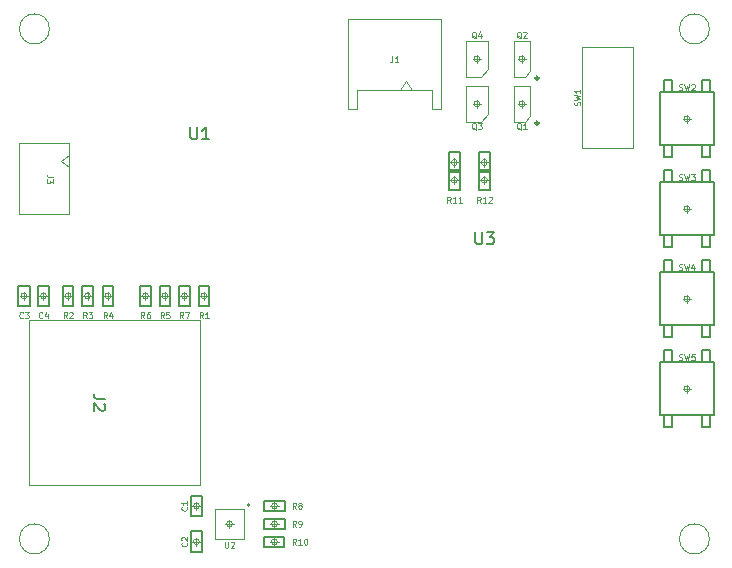
<source format=gbr>
%TF.GenerationSoftware,KiCad,Pcbnew,7.0.11*%
%TF.CreationDate,2024-02-23T21:27:37-05:00*%
%TF.ProjectId,destinationWeatherStation_r4-5,64657374-696e-4617-9469-6f6e57656174,03*%
%TF.SameCoordinates,Original*%
%TF.FileFunction,AssemblyDrawing,Top*%
%FSLAX46Y46*%
G04 Gerber Fmt 4.6, Leading zero omitted, Abs format (unit mm)*
G04 Created by KiCad (PCBNEW 7.0.11) date 2024-02-23 21:27:37*
%MOMM*%
%LPD*%
G01*
G04 APERTURE LIST*
%ADD10C,0.050000*%
%ADD11C,0.150000*%
%ADD12C,0.120000*%
%ADD13C,0.250000*%
%ADD14C,0.100000*%
G04 APERTURE END LIST*
D10*
X171418334Y-102947900D02*
X171489762Y-102971709D01*
X171489762Y-102971709D02*
X171608810Y-102971709D01*
X171608810Y-102971709D02*
X171656429Y-102947900D01*
X171656429Y-102947900D02*
X171680238Y-102924090D01*
X171680238Y-102924090D02*
X171704048Y-102876471D01*
X171704048Y-102876471D02*
X171704048Y-102828852D01*
X171704048Y-102828852D02*
X171680238Y-102781233D01*
X171680238Y-102781233D02*
X171656429Y-102757423D01*
X171656429Y-102757423D02*
X171608810Y-102733614D01*
X171608810Y-102733614D02*
X171513572Y-102709804D01*
X171513572Y-102709804D02*
X171465953Y-102685995D01*
X171465953Y-102685995D02*
X171442143Y-102662185D01*
X171442143Y-102662185D02*
X171418334Y-102614566D01*
X171418334Y-102614566D02*
X171418334Y-102566947D01*
X171418334Y-102566947D02*
X171442143Y-102519328D01*
X171442143Y-102519328D02*
X171465953Y-102495519D01*
X171465953Y-102495519D02*
X171513572Y-102471709D01*
X171513572Y-102471709D02*
X171632619Y-102471709D01*
X171632619Y-102471709D02*
X171704048Y-102495519D01*
X171870714Y-102471709D02*
X171989762Y-102971709D01*
X171989762Y-102971709D02*
X172085000Y-102614566D01*
X172085000Y-102614566D02*
X172180238Y-102971709D01*
X172180238Y-102971709D02*
X172299286Y-102471709D01*
X172727857Y-102471709D02*
X172489762Y-102471709D01*
X172489762Y-102471709D02*
X172465953Y-102709804D01*
X172465953Y-102709804D02*
X172489762Y-102685995D01*
X172489762Y-102685995D02*
X172537381Y-102662185D01*
X172537381Y-102662185D02*
X172656429Y-102662185D01*
X172656429Y-102662185D02*
X172704048Y-102685995D01*
X172704048Y-102685995D02*
X172727857Y-102709804D01*
X172727857Y-102709804D02*
X172751667Y-102757423D01*
X172751667Y-102757423D02*
X172751667Y-102876471D01*
X172751667Y-102876471D02*
X172727857Y-102924090D01*
X172727857Y-102924090D02*
X172704048Y-102947900D01*
X172704048Y-102947900D02*
X172656429Y-102971709D01*
X172656429Y-102971709D02*
X172537381Y-102971709D01*
X172537381Y-102971709D02*
X172489762Y-102947900D01*
X172489762Y-102947900D02*
X172465953Y-102924090D01*
X171418334Y-87707900D02*
X171489762Y-87731709D01*
X171489762Y-87731709D02*
X171608810Y-87731709D01*
X171608810Y-87731709D02*
X171656429Y-87707900D01*
X171656429Y-87707900D02*
X171680238Y-87684090D01*
X171680238Y-87684090D02*
X171704048Y-87636471D01*
X171704048Y-87636471D02*
X171704048Y-87588852D01*
X171704048Y-87588852D02*
X171680238Y-87541233D01*
X171680238Y-87541233D02*
X171656429Y-87517423D01*
X171656429Y-87517423D02*
X171608810Y-87493614D01*
X171608810Y-87493614D02*
X171513572Y-87469804D01*
X171513572Y-87469804D02*
X171465953Y-87445995D01*
X171465953Y-87445995D02*
X171442143Y-87422185D01*
X171442143Y-87422185D02*
X171418334Y-87374566D01*
X171418334Y-87374566D02*
X171418334Y-87326947D01*
X171418334Y-87326947D02*
X171442143Y-87279328D01*
X171442143Y-87279328D02*
X171465953Y-87255519D01*
X171465953Y-87255519D02*
X171513572Y-87231709D01*
X171513572Y-87231709D02*
X171632619Y-87231709D01*
X171632619Y-87231709D02*
X171704048Y-87255519D01*
X171870714Y-87231709D02*
X171989762Y-87731709D01*
X171989762Y-87731709D02*
X172085000Y-87374566D01*
X172085000Y-87374566D02*
X172180238Y-87731709D01*
X172180238Y-87731709D02*
X172299286Y-87231709D01*
X172442143Y-87231709D02*
X172751667Y-87231709D01*
X172751667Y-87231709D02*
X172585000Y-87422185D01*
X172585000Y-87422185D02*
X172656429Y-87422185D01*
X172656429Y-87422185D02*
X172704048Y-87445995D01*
X172704048Y-87445995D02*
X172727857Y-87469804D01*
X172727857Y-87469804D02*
X172751667Y-87517423D01*
X172751667Y-87517423D02*
X172751667Y-87636471D01*
X172751667Y-87636471D02*
X172727857Y-87684090D01*
X172727857Y-87684090D02*
X172704048Y-87707900D01*
X172704048Y-87707900D02*
X172656429Y-87731709D01*
X172656429Y-87731709D02*
X172513572Y-87731709D01*
X172513572Y-87731709D02*
X172465953Y-87707900D01*
X172465953Y-87707900D02*
X172442143Y-87684090D01*
X171418334Y-80087900D02*
X171489762Y-80111709D01*
X171489762Y-80111709D02*
X171608810Y-80111709D01*
X171608810Y-80111709D02*
X171656429Y-80087900D01*
X171656429Y-80087900D02*
X171680238Y-80064090D01*
X171680238Y-80064090D02*
X171704048Y-80016471D01*
X171704048Y-80016471D02*
X171704048Y-79968852D01*
X171704048Y-79968852D02*
X171680238Y-79921233D01*
X171680238Y-79921233D02*
X171656429Y-79897423D01*
X171656429Y-79897423D02*
X171608810Y-79873614D01*
X171608810Y-79873614D02*
X171513572Y-79849804D01*
X171513572Y-79849804D02*
X171465953Y-79825995D01*
X171465953Y-79825995D02*
X171442143Y-79802185D01*
X171442143Y-79802185D02*
X171418334Y-79754566D01*
X171418334Y-79754566D02*
X171418334Y-79706947D01*
X171418334Y-79706947D02*
X171442143Y-79659328D01*
X171442143Y-79659328D02*
X171465953Y-79635519D01*
X171465953Y-79635519D02*
X171513572Y-79611709D01*
X171513572Y-79611709D02*
X171632619Y-79611709D01*
X171632619Y-79611709D02*
X171704048Y-79635519D01*
X171870714Y-79611709D02*
X171989762Y-80111709D01*
X171989762Y-80111709D02*
X172085000Y-79754566D01*
X172085000Y-79754566D02*
X172180238Y-80111709D01*
X172180238Y-80111709D02*
X172299286Y-79611709D01*
X172465953Y-79659328D02*
X172489762Y-79635519D01*
X172489762Y-79635519D02*
X172537381Y-79611709D01*
X172537381Y-79611709D02*
X172656429Y-79611709D01*
X172656429Y-79611709D02*
X172704048Y-79635519D01*
X172704048Y-79635519D02*
X172727857Y-79659328D01*
X172727857Y-79659328D02*
X172751667Y-79706947D01*
X172751667Y-79706947D02*
X172751667Y-79754566D01*
X172751667Y-79754566D02*
X172727857Y-79825995D01*
X172727857Y-79825995D02*
X172442143Y-80111709D01*
X172442143Y-80111709D02*
X172751667Y-80111709D01*
X163018900Y-81396665D02*
X163042709Y-81325237D01*
X163042709Y-81325237D02*
X163042709Y-81206189D01*
X163042709Y-81206189D02*
X163018900Y-81158570D01*
X163018900Y-81158570D02*
X162995090Y-81134761D01*
X162995090Y-81134761D02*
X162947471Y-81110951D01*
X162947471Y-81110951D02*
X162899852Y-81110951D01*
X162899852Y-81110951D02*
X162852233Y-81134761D01*
X162852233Y-81134761D02*
X162828423Y-81158570D01*
X162828423Y-81158570D02*
X162804614Y-81206189D01*
X162804614Y-81206189D02*
X162780804Y-81301427D01*
X162780804Y-81301427D02*
X162756995Y-81349046D01*
X162756995Y-81349046D02*
X162733185Y-81372856D01*
X162733185Y-81372856D02*
X162685566Y-81396665D01*
X162685566Y-81396665D02*
X162637947Y-81396665D01*
X162637947Y-81396665D02*
X162590328Y-81372856D01*
X162590328Y-81372856D02*
X162566519Y-81349046D01*
X162566519Y-81349046D02*
X162542709Y-81301427D01*
X162542709Y-81301427D02*
X162542709Y-81182380D01*
X162542709Y-81182380D02*
X162566519Y-81110951D01*
X162542709Y-80944285D02*
X163042709Y-80825237D01*
X163042709Y-80825237D02*
X162685566Y-80729999D01*
X162685566Y-80729999D02*
X163042709Y-80634761D01*
X163042709Y-80634761D02*
X162542709Y-80515714D01*
X163042709Y-80063332D02*
X163042709Y-80349046D01*
X163042709Y-80206189D02*
X162542709Y-80206189D01*
X162542709Y-80206189D02*
X162614138Y-80253808D01*
X162614138Y-80253808D02*
X162661757Y-80301427D01*
X162661757Y-80301427D02*
X162685566Y-80349046D01*
X158067380Y-75714328D02*
X158019761Y-75690519D01*
X158019761Y-75690519D02*
X157972142Y-75642900D01*
X157972142Y-75642900D02*
X157900714Y-75571471D01*
X157900714Y-75571471D02*
X157853095Y-75547661D01*
X157853095Y-75547661D02*
X157805476Y-75547661D01*
X157829285Y-75666709D02*
X157781666Y-75642900D01*
X157781666Y-75642900D02*
X157734047Y-75595280D01*
X157734047Y-75595280D02*
X157710238Y-75500042D01*
X157710238Y-75500042D02*
X157710238Y-75333376D01*
X157710238Y-75333376D02*
X157734047Y-75238138D01*
X157734047Y-75238138D02*
X157781666Y-75190519D01*
X157781666Y-75190519D02*
X157829285Y-75166709D01*
X157829285Y-75166709D02*
X157924523Y-75166709D01*
X157924523Y-75166709D02*
X157972142Y-75190519D01*
X157972142Y-75190519D02*
X158019761Y-75238138D01*
X158019761Y-75238138D02*
X158043571Y-75333376D01*
X158043571Y-75333376D02*
X158043571Y-75500042D01*
X158043571Y-75500042D02*
X158019761Y-75595280D01*
X158019761Y-75595280D02*
X157972142Y-75642900D01*
X157972142Y-75642900D02*
X157924523Y-75666709D01*
X157924523Y-75666709D02*
X157829285Y-75666709D01*
X158234048Y-75214328D02*
X158257857Y-75190519D01*
X158257857Y-75190519D02*
X158305476Y-75166709D01*
X158305476Y-75166709D02*
X158424524Y-75166709D01*
X158424524Y-75166709D02*
X158472143Y-75190519D01*
X158472143Y-75190519D02*
X158495952Y-75214328D01*
X158495952Y-75214328D02*
X158519762Y-75261947D01*
X158519762Y-75261947D02*
X158519762Y-75309566D01*
X158519762Y-75309566D02*
X158495952Y-75380995D01*
X158495952Y-75380995D02*
X158210238Y-75666709D01*
X158210238Y-75666709D02*
X158519762Y-75666709D01*
X154618571Y-89636709D02*
X154451905Y-89398614D01*
X154332857Y-89636709D02*
X154332857Y-89136709D01*
X154332857Y-89136709D02*
X154523333Y-89136709D01*
X154523333Y-89136709D02*
X154570952Y-89160519D01*
X154570952Y-89160519D02*
X154594762Y-89184328D01*
X154594762Y-89184328D02*
X154618571Y-89231947D01*
X154618571Y-89231947D02*
X154618571Y-89303376D01*
X154618571Y-89303376D02*
X154594762Y-89350995D01*
X154594762Y-89350995D02*
X154570952Y-89374804D01*
X154570952Y-89374804D02*
X154523333Y-89398614D01*
X154523333Y-89398614D02*
X154332857Y-89398614D01*
X155094762Y-89636709D02*
X154809048Y-89636709D01*
X154951905Y-89636709D02*
X154951905Y-89136709D01*
X154951905Y-89136709D02*
X154904286Y-89208138D01*
X154904286Y-89208138D02*
X154856667Y-89255757D01*
X154856667Y-89255757D02*
X154809048Y-89279566D01*
X155285238Y-89184328D02*
X155309047Y-89160519D01*
X155309047Y-89160519D02*
X155356666Y-89136709D01*
X155356666Y-89136709D02*
X155475714Y-89136709D01*
X155475714Y-89136709D02*
X155523333Y-89160519D01*
X155523333Y-89160519D02*
X155547142Y-89184328D01*
X155547142Y-89184328D02*
X155570952Y-89231947D01*
X155570952Y-89231947D02*
X155570952Y-89279566D01*
X155570952Y-89279566D02*
X155547142Y-89350995D01*
X155547142Y-89350995D02*
X155261428Y-89636709D01*
X155261428Y-89636709D02*
X155570952Y-89636709D01*
X129721090Y-118435333D02*
X129744900Y-118459142D01*
X129744900Y-118459142D02*
X129768709Y-118530571D01*
X129768709Y-118530571D02*
X129768709Y-118578190D01*
X129768709Y-118578190D02*
X129744900Y-118649618D01*
X129744900Y-118649618D02*
X129697280Y-118697237D01*
X129697280Y-118697237D02*
X129649661Y-118721047D01*
X129649661Y-118721047D02*
X129554423Y-118744856D01*
X129554423Y-118744856D02*
X129482995Y-118744856D01*
X129482995Y-118744856D02*
X129387757Y-118721047D01*
X129387757Y-118721047D02*
X129340138Y-118697237D01*
X129340138Y-118697237D02*
X129292519Y-118649618D01*
X129292519Y-118649618D02*
X129268709Y-118578190D01*
X129268709Y-118578190D02*
X129268709Y-118530571D01*
X129268709Y-118530571D02*
X129292519Y-118459142D01*
X129292519Y-118459142D02*
X129316328Y-118435333D01*
X129316328Y-118244856D02*
X129292519Y-118221047D01*
X129292519Y-118221047D02*
X129268709Y-118173428D01*
X129268709Y-118173428D02*
X129268709Y-118054380D01*
X129268709Y-118054380D02*
X129292519Y-118006761D01*
X129292519Y-118006761D02*
X129316328Y-117982952D01*
X129316328Y-117982952D02*
X129363947Y-117959142D01*
X129363947Y-117959142D02*
X129411566Y-117959142D01*
X129411566Y-117959142D02*
X129482995Y-117982952D01*
X129482995Y-117982952D02*
X129768709Y-118268666D01*
X129768709Y-118268666D02*
X129768709Y-117959142D01*
X147153333Y-77264709D02*
X147153333Y-77621852D01*
X147153333Y-77621852D02*
X147129524Y-77693280D01*
X147129524Y-77693280D02*
X147081905Y-77740900D01*
X147081905Y-77740900D02*
X147010476Y-77764709D01*
X147010476Y-77764709D02*
X146962857Y-77764709D01*
X147653333Y-77764709D02*
X147367619Y-77764709D01*
X147510476Y-77764709D02*
X147510476Y-77264709D01*
X147510476Y-77264709D02*
X147462857Y-77336138D01*
X147462857Y-77336138D02*
X147415238Y-77383757D01*
X147415238Y-77383757D02*
X147367619Y-77407566D01*
X154257380Y-75714328D02*
X154209761Y-75690519D01*
X154209761Y-75690519D02*
X154162142Y-75642900D01*
X154162142Y-75642900D02*
X154090714Y-75571471D01*
X154090714Y-75571471D02*
X154043095Y-75547661D01*
X154043095Y-75547661D02*
X153995476Y-75547661D01*
X154019285Y-75666709D02*
X153971666Y-75642900D01*
X153971666Y-75642900D02*
X153924047Y-75595280D01*
X153924047Y-75595280D02*
X153900238Y-75500042D01*
X153900238Y-75500042D02*
X153900238Y-75333376D01*
X153900238Y-75333376D02*
X153924047Y-75238138D01*
X153924047Y-75238138D02*
X153971666Y-75190519D01*
X153971666Y-75190519D02*
X154019285Y-75166709D01*
X154019285Y-75166709D02*
X154114523Y-75166709D01*
X154114523Y-75166709D02*
X154162142Y-75190519D01*
X154162142Y-75190519D02*
X154209761Y-75238138D01*
X154209761Y-75238138D02*
X154233571Y-75333376D01*
X154233571Y-75333376D02*
X154233571Y-75500042D01*
X154233571Y-75500042D02*
X154209761Y-75595280D01*
X154209761Y-75595280D02*
X154162142Y-75642900D01*
X154162142Y-75642900D02*
X154114523Y-75666709D01*
X154114523Y-75666709D02*
X154019285Y-75666709D01*
X154662143Y-75333376D02*
X154662143Y-75666709D01*
X154543095Y-75142900D02*
X154424048Y-75500042D01*
X154424048Y-75500042D02*
X154733571Y-75500042D01*
D11*
X122846180Y-106256666D02*
X122131895Y-106256666D01*
X122131895Y-106256666D02*
X121989038Y-106209047D01*
X121989038Y-106209047D02*
X121893800Y-106113809D01*
X121893800Y-106113809D02*
X121846180Y-105970952D01*
X121846180Y-105970952D02*
X121846180Y-105875714D01*
X122750942Y-106685238D02*
X122798561Y-106732857D01*
X122798561Y-106732857D02*
X122846180Y-106828095D01*
X122846180Y-106828095D02*
X122846180Y-107066190D01*
X122846180Y-107066190D02*
X122798561Y-107161428D01*
X122798561Y-107161428D02*
X122750942Y-107209047D01*
X122750942Y-107209047D02*
X122655704Y-107256666D01*
X122655704Y-107256666D02*
X122560466Y-107256666D01*
X122560466Y-107256666D02*
X122417609Y-107209047D01*
X122417609Y-107209047D02*
X121846180Y-106637619D01*
X121846180Y-106637619D02*
X121846180Y-107256666D01*
D10*
X171418334Y-95327900D02*
X171489762Y-95351709D01*
X171489762Y-95351709D02*
X171608810Y-95351709D01*
X171608810Y-95351709D02*
X171656429Y-95327900D01*
X171656429Y-95327900D02*
X171680238Y-95304090D01*
X171680238Y-95304090D02*
X171704048Y-95256471D01*
X171704048Y-95256471D02*
X171704048Y-95208852D01*
X171704048Y-95208852D02*
X171680238Y-95161233D01*
X171680238Y-95161233D02*
X171656429Y-95137423D01*
X171656429Y-95137423D02*
X171608810Y-95113614D01*
X171608810Y-95113614D02*
X171513572Y-95089804D01*
X171513572Y-95089804D02*
X171465953Y-95065995D01*
X171465953Y-95065995D02*
X171442143Y-95042185D01*
X171442143Y-95042185D02*
X171418334Y-94994566D01*
X171418334Y-94994566D02*
X171418334Y-94946947D01*
X171418334Y-94946947D02*
X171442143Y-94899328D01*
X171442143Y-94899328D02*
X171465953Y-94875519D01*
X171465953Y-94875519D02*
X171513572Y-94851709D01*
X171513572Y-94851709D02*
X171632619Y-94851709D01*
X171632619Y-94851709D02*
X171704048Y-94875519D01*
X171870714Y-94851709D02*
X171989762Y-95351709D01*
X171989762Y-95351709D02*
X172085000Y-94994566D01*
X172085000Y-94994566D02*
X172180238Y-95351709D01*
X172180238Y-95351709D02*
X172299286Y-94851709D01*
X172704048Y-95018376D02*
X172704048Y-95351709D01*
X172585000Y-94827900D02*
X172465953Y-95185042D01*
X172465953Y-95185042D02*
X172775476Y-95185042D01*
X138994655Y-118592709D02*
X138827989Y-118354614D01*
X138708941Y-118592709D02*
X138708941Y-118092709D01*
X138708941Y-118092709D02*
X138899417Y-118092709D01*
X138899417Y-118092709D02*
X138947036Y-118116519D01*
X138947036Y-118116519D02*
X138970846Y-118140328D01*
X138970846Y-118140328D02*
X138994655Y-118187947D01*
X138994655Y-118187947D02*
X138994655Y-118259376D01*
X138994655Y-118259376D02*
X138970846Y-118306995D01*
X138970846Y-118306995D02*
X138947036Y-118330804D01*
X138947036Y-118330804D02*
X138899417Y-118354614D01*
X138899417Y-118354614D02*
X138708941Y-118354614D01*
X139470846Y-118592709D02*
X139185132Y-118592709D01*
X139327989Y-118592709D02*
X139327989Y-118092709D01*
X139327989Y-118092709D02*
X139280370Y-118164138D01*
X139280370Y-118164138D02*
X139232751Y-118211757D01*
X139232751Y-118211757D02*
X139185132Y-118235566D01*
X139780369Y-118092709D02*
X139827988Y-118092709D01*
X139827988Y-118092709D02*
X139875607Y-118116519D01*
X139875607Y-118116519D02*
X139899417Y-118140328D01*
X139899417Y-118140328D02*
X139923226Y-118187947D01*
X139923226Y-118187947D02*
X139947036Y-118283185D01*
X139947036Y-118283185D02*
X139947036Y-118402233D01*
X139947036Y-118402233D02*
X139923226Y-118497471D01*
X139923226Y-118497471D02*
X139899417Y-118545090D01*
X139899417Y-118545090D02*
X139875607Y-118568900D01*
X139875607Y-118568900D02*
X139827988Y-118592709D01*
X139827988Y-118592709D02*
X139780369Y-118592709D01*
X139780369Y-118592709D02*
X139732750Y-118568900D01*
X139732750Y-118568900D02*
X139708941Y-118545090D01*
X139708941Y-118545090D02*
X139685131Y-118497471D01*
X139685131Y-118497471D02*
X139661322Y-118402233D01*
X139661322Y-118402233D02*
X139661322Y-118283185D01*
X139661322Y-118283185D02*
X139685131Y-118187947D01*
X139685131Y-118187947D02*
X139708941Y-118140328D01*
X139708941Y-118140328D02*
X139732750Y-118116519D01*
X139732750Y-118116519D02*
X139780369Y-118092709D01*
X127805666Y-99415709D02*
X127639000Y-99177614D01*
X127519952Y-99415709D02*
X127519952Y-98915709D01*
X127519952Y-98915709D02*
X127710428Y-98915709D01*
X127710428Y-98915709D02*
X127758047Y-98939519D01*
X127758047Y-98939519D02*
X127781857Y-98963328D01*
X127781857Y-98963328D02*
X127805666Y-99010947D01*
X127805666Y-99010947D02*
X127805666Y-99082376D01*
X127805666Y-99082376D02*
X127781857Y-99129995D01*
X127781857Y-99129995D02*
X127758047Y-99153804D01*
X127758047Y-99153804D02*
X127710428Y-99177614D01*
X127710428Y-99177614D02*
X127519952Y-99177614D01*
X128258047Y-98915709D02*
X128019952Y-98915709D01*
X128019952Y-98915709D02*
X127996143Y-99153804D01*
X127996143Y-99153804D02*
X128019952Y-99129995D01*
X128019952Y-99129995D02*
X128067571Y-99106185D01*
X128067571Y-99106185D02*
X128186619Y-99106185D01*
X128186619Y-99106185D02*
X128234238Y-99129995D01*
X128234238Y-99129995D02*
X128258047Y-99153804D01*
X128258047Y-99153804D02*
X128281857Y-99201423D01*
X128281857Y-99201423D02*
X128281857Y-99320471D01*
X128281857Y-99320471D02*
X128258047Y-99368090D01*
X128258047Y-99368090D02*
X128234238Y-99391900D01*
X128234238Y-99391900D02*
X128186619Y-99415709D01*
X128186619Y-99415709D02*
X128067571Y-99415709D01*
X128067571Y-99415709D02*
X128019952Y-99391900D01*
X128019952Y-99391900D02*
X127996143Y-99368090D01*
X117518666Y-99368090D02*
X117494857Y-99391900D01*
X117494857Y-99391900D02*
X117423428Y-99415709D01*
X117423428Y-99415709D02*
X117375809Y-99415709D01*
X117375809Y-99415709D02*
X117304381Y-99391900D01*
X117304381Y-99391900D02*
X117256762Y-99344280D01*
X117256762Y-99344280D02*
X117232952Y-99296661D01*
X117232952Y-99296661D02*
X117209143Y-99201423D01*
X117209143Y-99201423D02*
X117209143Y-99129995D01*
X117209143Y-99129995D02*
X117232952Y-99034757D01*
X117232952Y-99034757D02*
X117256762Y-98987138D01*
X117256762Y-98987138D02*
X117304381Y-98939519D01*
X117304381Y-98939519D02*
X117375809Y-98915709D01*
X117375809Y-98915709D02*
X117423428Y-98915709D01*
X117423428Y-98915709D02*
X117494857Y-98939519D01*
X117494857Y-98939519D02*
X117518666Y-98963328D01*
X117947238Y-99082376D02*
X117947238Y-99415709D01*
X117828190Y-98891900D02*
X117709143Y-99249042D01*
X117709143Y-99249042D02*
X118018666Y-99249042D01*
X121259666Y-99415709D02*
X121093000Y-99177614D01*
X120973952Y-99415709D02*
X120973952Y-98915709D01*
X120973952Y-98915709D02*
X121164428Y-98915709D01*
X121164428Y-98915709D02*
X121212047Y-98939519D01*
X121212047Y-98939519D02*
X121235857Y-98963328D01*
X121235857Y-98963328D02*
X121259666Y-99010947D01*
X121259666Y-99010947D02*
X121259666Y-99082376D01*
X121259666Y-99082376D02*
X121235857Y-99129995D01*
X121235857Y-99129995D02*
X121212047Y-99153804D01*
X121212047Y-99153804D02*
X121164428Y-99177614D01*
X121164428Y-99177614D02*
X120973952Y-99177614D01*
X121426333Y-98915709D02*
X121735857Y-98915709D01*
X121735857Y-98915709D02*
X121569190Y-99106185D01*
X121569190Y-99106185D02*
X121640619Y-99106185D01*
X121640619Y-99106185D02*
X121688238Y-99129995D01*
X121688238Y-99129995D02*
X121712047Y-99153804D01*
X121712047Y-99153804D02*
X121735857Y-99201423D01*
X121735857Y-99201423D02*
X121735857Y-99320471D01*
X121735857Y-99320471D02*
X121712047Y-99368090D01*
X121712047Y-99368090D02*
X121688238Y-99391900D01*
X121688238Y-99391900D02*
X121640619Y-99415709D01*
X121640619Y-99415709D02*
X121497762Y-99415709D01*
X121497762Y-99415709D02*
X121450143Y-99391900D01*
X121450143Y-99391900D02*
X121426333Y-99368090D01*
D11*
X130048095Y-83274819D02*
X130048095Y-84084342D01*
X130048095Y-84084342D02*
X130095714Y-84179580D01*
X130095714Y-84179580D02*
X130143333Y-84227200D01*
X130143333Y-84227200D02*
X130238571Y-84274819D01*
X130238571Y-84274819D02*
X130429047Y-84274819D01*
X130429047Y-84274819D02*
X130524285Y-84227200D01*
X130524285Y-84227200D02*
X130571904Y-84179580D01*
X130571904Y-84179580D02*
X130619523Y-84084342D01*
X130619523Y-84084342D02*
X130619523Y-83274819D01*
X131619523Y-84274819D02*
X131048095Y-84274819D01*
X131333809Y-84274819D02*
X131333809Y-83274819D01*
X131333809Y-83274819D02*
X131238571Y-83417676D01*
X131238571Y-83417676D02*
X131143333Y-83512914D01*
X131143333Y-83512914D02*
X131048095Y-83560533D01*
D10*
X118381290Y-87463333D02*
X118024147Y-87463333D01*
X118024147Y-87463333D02*
X117952719Y-87439524D01*
X117952719Y-87439524D02*
X117905100Y-87391905D01*
X117905100Y-87391905D02*
X117881290Y-87320476D01*
X117881290Y-87320476D02*
X117881290Y-87272857D01*
X118381290Y-87653809D02*
X118381290Y-87963333D01*
X118381290Y-87963333D02*
X118190814Y-87796666D01*
X118190814Y-87796666D02*
X118190814Y-87868095D01*
X118190814Y-87868095D02*
X118167004Y-87915714D01*
X118167004Y-87915714D02*
X118143195Y-87939523D01*
X118143195Y-87939523D02*
X118095576Y-87963333D01*
X118095576Y-87963333D02*
X117976528Y-87963333D01*
X117976528Y-87963333D02*
X117928909Y-87939523D01*
X117928909Y-87939523D02*
X117905100Y-87915714D01*
X117905100Y-87915714D02*
X117881290Y-87868095D01*
X117881290Y-87868095D02*
X117881290Y-87725238D01*
X117881290Y-87725238D02*
X117905100Y-87677619D01*
X117905100Y-87677619D02*
X117928909Y-87653809D01*
X131107666Y-99415709D02*
X130941000Y-99177614D01*
X130821952Y-99415709D02*
X130821952Y-98915709D01*
X130821952Y-98915709D02*
X131012428Y-98915709D01*
X131012428Y-98915709D02*
X131060047Y-98939519D01*
X131060047Y-98939519D02*
X131083857Y-98963328D01*
X131083857Y-98963328D02*
X131107666Y-99010947D01*
X131107666Y-99010947D02*
X131107666Y-99082376D01*
X131107666Y-99082376D02*
X131083857Y-99129995D01*
X131083857Y-99129995D02*
X131060047Y-99153804D01*
X131060047Y-99153804D02*
X131012428Y-99177614D01*
X131012428Y-99177614D02*
X130821952Y-99177614D01*
X131583857Y-99415709D02*
X131298143Y-99415709D01*
X131441000Y-99415709D02*
X131441000Y-98915709D01*
X131441000Y-98915709D02*
X131393381Y-98987138D01*
X131393381Y-98987138D02*
X131345762Y-99034757D01*
X131345762Y-99034757D02*
X131298143Y-99058566D01*
X132969047Y-118346709D02*
X132969047Y-118751471D01*
X132969047Y-118751471D02*
X132992857Y-118799090D01*
X132992857Y-118799090D02*
X133016666Y-118822900D01*
X133016666Y-118822900D02*
X133064285Y-118846709D01*
X133064285Y-118846709D02*
X133159523Y-118846709D01*
X133159523Y-118846709D02*
X133207142Y-118822900D01*
X133207142Y-118822900D02*
X133230952Y-118799090D01*
X133230952Y-118799090D02*
X133254761Y-118751471D01*
X133254761Y-118751471D02*
X133254761Y-118346709D01*
X133469048Y-118394328D02*
X133492857Y-118370519D01*
X133492857Y-118370519D02*
X133540476Y-118346709D01*
X133540476Y-118346709D02*
X133659524Y-118346709D01*
X133659524Y-118346709D02*
X133707143Y-118370519D01*
X133707143Y-118370519D02*
X133730952Y-118394328D01*
X133730952Y-118394328D02*
X133754762Y-118441947D01*
X133754762Y-118441947D02*
X133754762Y-118489566D01*
X133754762Y-118489566D02*
X133730952Y-118560995D01*
X133730952Y-118560995D02*
X133445238Y-118846709D01*
X133445238Y-118846709D02*
X133754762Y-118846709D01*
X158067380Y-83461328D02*
X158019761Y-83437519D01*
X158019761Y-83437519D02*
X157972142Y-83389900D01*
X157972142Y-83389900D02*
X157900714Y-83318471D01*
X157900714Y-83318471D02*
X157853095Y-83294661D01*
X157853095Y-83294661D02*
X157805476Y-83294661D01*
X157829285Y-83413709D02*
X157781666Y-83389900D01*
X157781666Y-83389900D02*
X157734047Y-83342280D01*
X157734047Y-83342280D02*
X157710238Y-83247042D01*
X157710238Y-83247042D02*
X157710238Y-83080376D01*
X157710238Y-83080376D02*
X157734047Y-82985138D01*
X157734047Y-82985138D02*
X157781666Y-82937519D01*
X157781666Y-82937519D02*
X157829285Y-82913709D01*
X157829285Y-82913709D02*
X157924523Y-82913709D01*
X157924523Y-82913709D02*
X157972142Y-82937519D01*
X157972142Y-82937519D02*
X158019761Y-82985138D01*
X158019761Y-82985138D02*
X158043571Y-83080376D01*
X158043571Y-83080376D02*
X158043571Y-83247042D01*
X158043571Y-83247042D02*
X158019761Y-83342280D01*
X158019761Y-83342280D02*
X157972142Y-83389900D01*
X157972142Y-83389900D02*
X157924523Y-83413709D01*
X157924523Y-83413709D02*
X157829285Y-83413709D01*
X158519762Y-83413709D02*
X158234048Y-83413709D01*
X158376905Y-83413709D02*
X158376905Y-82913709D01*
X158376905Y-82913709D02*
X158329286Y-82985138D01*
X158329286Y-82985138D02*
X158281667Y-83032757D01*
X158281667Y-83032757D02*
X158234048Y-83056566D01*
X119608666Y-99415709D02*
X119442000Y-99177614D01*
X119322952Y-99415709D02*
X119322952Y-98915709D01*
X119322952Y-98915709D02*
X119513428Y-98915709D01*
X119513428Y-98915709D02*
X119561047Y-98939519D01*
X119561047Y-98939519D02*
X119584857Y-98963328D01*
X119584857Y-98963328D02*
X119608666Y-99010947D01*
X119608666Y-99010947D02*
X119608666Y-99082376D01*
X119608666Y-99082376D02*
X119584857Y-99129995D01*
X119584857Y-99129995D02*
X119561047Y-99153804D01*
X119561047Y-99153804D02*
X119513428Y-99177614D01*
X119513428Y-99177614D02*
X119322952Y-99177614D01*
X119799143Y-98963328D02*
X119822952Y-98939519D01*
X119822952Y-98939519D02*
X119870571Y-98915709D01*
X119870571Y-98915709D02*
X119989619Y-98915709D01*
X119989619Y-98915709D02*
X120037238Y-98939519D01*
X120037238Y-98939519D02*
X120061047Y-98963328D01*
X120061047Y-98963328D02*
X120084857Y-99010947D01*
X120084857Y-99010947D02*
X120084857Y-99058566D01*
X120084857Y-99058566D02*
X120061047Y-99129995D01*
X120061047Y-99129995D02*
X119775333Y-99415709D01*
X119775333Y-99415709D02*
X120084857Y-99415709D01*
D11*
X154178095Y-92164819D02*
X154178095Y-92974342D01*
X154178095Y-92974342D02*
X154225714Y-93069580D01*
X154225714Y-93069580D02*
X154273333Y-93117200D01*
X154273333Y-93117200D02*
X154368571Y-93164819D01*
X154368571Y-93164819D02*
X154559047Y-93164819D01*
X154559047Y-93164819D02*
X154654285Y-93117200D01*
X154654285Y-93117200D02*
X154701904Y-93069580D01*
X154701904Y-93069580D02*
X154749523Y-92974342D01*
X154749523Y-92974342D02*
X154749523Y-92164819D01*
X155130476Y-92164819D02*
X155749523Y-92164819D01*
X155749523Y-92164819D02*
X155416190Y-92545771D01*
X155416190Y-92545771D02*
X155559047Y-92545771D01*
X155559047Y-92545771D02*
X155654285Y-92593390D01*
X155654285Y-92593390D02*
X155701904Y-92641009D01*
X155701904Y-92641009D02*
X155749523Y-92736247D01*
X155749523Y-92736247D02*
X155749523Y-92974342D01*
X155749523Y-92974342D02*
X155701904Y-93069580D01*
X155701904Y-93069580D02*
X155654285Y-93117200D01*
X155654285Y-93117200D02*
X155559047Y-93164819D01*
X155559047Y-93164819D02*
X155273333Y-93164819D01*
X155273333Y-93164819D02*
X155178095Y-93117200D01*
X155178095Y-93117200D02*
X155130476Y-93069580D01*
D10*
X138994655Y-117068709D02*
X138827989Y-116830614D01*
X138708941Y-117068709D02*
X138708941Y-116568709D01*
X138708941Y-116568709D02*
X138899417Y-116568709D01*
X138899417Y-116568709D02*
X138947036Y-116592519D01*
X138947036Y-116592519D02*
X138970846Y-116616328D01*
X138970846Y-116616328D02*
X138994655Y-116663947D01*
X138994655Y-116663947D02*
X138994655Y-116735376D01*
X138994655Y-116735376D02*
X138970846Y-116782995D01*
X138970846Y-116782995D02*
X138947036Y-116806804D01*
X138947036Y-116806804D02*
X138899417Y-116830614D01*
X138899417Y-116830614D02*
X138708941Y-116830614D01*
X139232751Y-117068709D02*
X139327989Y-117068709D01*
X139327989Y-117068709D02*
X139375608Y-117044900D01*
X139375608Y-117044900D02*
X139399417Y-117021090D01*
X139399417Y-117021090D02*
X139447036Y-116949661D01*
X139447036Y-116949661D02*
X139470846Y-116854423D01*
X139470846Y-116854423D02*
X139470846Y-116663947D01*
X139470846Y-116663947D02*
X139447036Y-116616328D01*
X139447036Y-116616328D02*
X139423227Y-116592519D01*
X139423227Y-116592519D02*
X139375608Y-116568709D01*
X139375608Y-116568709D02*
X139280370Y-116568709D01*
X139280370Y-116568709D02*
X139232751Y-116592519D01*
X139232751Y-116592519D02*
X139208941Y-116616328D01*
X139208941Y-116616328D02*
X139185132Y-116663947D01*
X139185132Y-116663947D02*
X139185132Y-116782995D01*
X139185132Y-116782995D02*
X139208941Y-116830614D01*
X139208941Y-116830614D02*
X139232751Y-116854423D01*
X139232751Y-116854423D02*
X139280370Y-116878233D01*
X139280370Y-116878233D02*
X139375608Y-116878233D01*
X139375608Y-116878233D02*
X139423227Y-116854423D01*
X139423227Y-116854423D02*
X139447036Y-116830614D01*
X139447036Y-116830614D02*
X139470846Y-116782995D01*
X126154666Y-99415709D02*
X125988000Y-99177614D01*
X125868952Y-99415709D02*
X125868952Y-98915709D01*
X125868952Y-98915709D02*
X126059428Y-98915709D01*
X126059428Y-98915709D02*
X126107047Y-98939519D01*
X126107047Y-98939519D02*
X126130857Y-98963328D01*
X126130857Y-98963328D02*
X126154666Y-99010947D01*
X126154666Y-99010947D02*
X126154666Y-99082376D01*
X126154666Y-99082376D02*
X126130857Y-99129995D01*
X126130857Y-99129995D02*
X126107047Y-99153804D01*
X126107047Y-99153804D02*
X126059428Y-99177614D01*
X126059428Y-99177614D02*
X125868952Y-99177614D01*
X126583238Y-98915709D02*
X126488000Y-98915709D01*
X126488000Y-98915709D02*
X126440381Y-98939519D01*
X126440381Y-98939519D02*
X126416571Y-98963328D01*
X126416571Y-98963328D02*
X126368952Y-99034757D01*
X126368952Y-99034757D02*
X126345143Y-99129995D01*
X126345143Y-99129995D02*
X126345143Y-99320471D01*
X126345143Y-99320471D02*
X126368952Y-99368090D01*
X126368952Y-99368090D02*
X126392762Y-99391900D01*
X126392762Y-99391900D02*
X126440381Y-99415709D01*
X126440381Y-99415709D02*
X126535619Y-99415709D01*
X126535619Y-99415709D02*
X126583238Y-99391900D01*
X126583238Y-99391900D02*
X126607047Y-99368090D01*
X126607047Y-99368090D02*
X126630857Y-99320471D01*
X126630857Y-99320471D02*
X126630857Y-99201423D01*
X126630857Y-99201423D02*
X126607047Y-99153804D01*
X126607047Y-99153804D02*
X126583238Y-99129995D01*
X126583238Y-99129995D02*
X126535619Y-99106185D01*
X126535619Y-99106185D02*
X126440381Y-99106185D01*
X126440381Y-99106185D02*
X126392762Y-99129995D01*
X126392762Y-99129995D02*
X126368952Y-99153804D01*
X126368952Y-99153804D02*
X126345143Y-99201423D01*
X129456666Y-99415709D02*
X129290000Y-99177614D01*
X129170952Y-99415709D02*
X129170952Y-98915709D01*
X129170952Y-98915709D02*
X129361428Y-98915709D01*
X129361428Y-98915709D02*
X129409047Y-98939519D01*
X129409047Y-98939519D02*
X129432857Y-98963328D01*
X129432857Y-98963328D02*
X129456666Y-99010947D01*
X129456666Y-99010947D02*
X129456666Y-99082376D01*
X129456666Y-99082376D02*
X129432857Y-99129995D01*
X129432857Y-99129995D02*
X129409047Y-99153804D01*
X129409047Y-99153804D02*
X129361428Y-99177614D01*
X129361428Y-99177614D02*
X129170952Y-99177614D01*
X129623333Y-98915709D02*
X129956666Y-98915709D01*
X129956666Y-98915709D02*
X129742381Y-99415709D01*
X152078571Y-89636709D02*
X151911905Y-89398614D01*
X151792857Y-89636709D02*
X151792857Y-89136709D01*
X151792857Y-89136709D02*
X151983333Y-89136709D01*
X151983333Y-89136709D02*
X152030952Y-89160519D01*
X152030952Y-89160519D02*
X152054762Y-89184328D01*
X152054762Y-89184328D02*
X152078571Y-89231947D01*
X152078571Y-89231947D02*
X152078571Y-89303376D01*
X152078571Y-89303376D02*
X152054762Y-89350995D01*
X152054762Y-89350995D02*
X152030952Y-89374804D01*
X152030952Y-89374804D02*
X151983333Y-89398614D01*
X151983333Y-89398614D02*
X151792857Y-89398614D01*
X152554762Y-89636709D02*
X152269048Y-89636709D01*
X152411905Y-89636709D02*
X152411905Y-89136709D01*
X152411905Y-89136709D02*
X152364286Y-89208138D01*
X152364286Y-89208138D02*
X152316667Y-89255757D01*
X152316667Y-89255757D02*
X152269048Y-89279566D01*
X153030952Y-89636709D02*
X152745238Y-89636709D01*
X152888095Y-89636709D02*
X152888095Y-89136709D01*
X152888095Y-89136709D02*
X152840476Y-89208138D01*
X152840476Y-89208138D02*
X152792857Y-89255757D01*
X152792857Y-89255757D02*
X152745238Y-89279566D01*
X138994655Y-115544709D02*
X138827989Y-115306614D01*
X138708941Y-115544709D02*
X138708941Y-115044709D01*
X138708941Y-115044709D02*
X138899417Y-115044709D01*
X138899417Y-115044709D02*
X138947036Y-115068519D01*
X138947036Y-115068519D02*
X138970846Y-115092328D01*
X138970846Y-115092328D02*
X138994655Y-115139947D01*
X138994655Y-115139947D02*
X138994655Y-115211376D01*
X138994655Y-115211376D02*
X138970846Y-115258995D01*
X138970846Y-115258995D02*
X138947036Y-115282804D01*
X138947036Y-115282804D02*
X138899417Y-115306614D01*
X138899417Y-115306614D02*
X138708941Y-115306614D01*
X139280370Y-115258995D02*
X139232751Y-115235185D01*
X139232751Y-115235185D02*
X139208941Y-115211376D01*
X139208941Y-115211376D02*
X139185132Y-115163757D01*
X139185132Y-115163757D02*
X139185132Y-115139947D01*
X139185132Y-115139947D02*
X139208941Y-115092328D01*
X139208941Y-115092328D02*
X139232751Y-115068519D01*
X139232751Y-115068519D02*
X139280370Y-115044709D01*
X139280370Y-115044709D02*
X139375608Y-115044709D01*
X139375608Y-115044709D02*
X139423227Y-115068519D01*
X139423227Y-115068519D02*
X139447036Y-115092328D01*
X139447036Y-115092328D02*
X139470846Y-115139947D01*
X139470846Y-115139947D02*
X139470846Y-115163757D01*
X139470846Y-115163757D02*
X139447036Y-115211376D01*
X139447036Y-115211376D02*
X139423227Y-115235185D01*
X139423227Y-115235185D02*
X139375608Y-115258995D01*
X139375608Y-115258995D02*
X139280370Y-115258995D01*
X139280370Y-115258995D02*
X139232751Y-115282804D01*
X139232751Y-115282804D02*
X139208941Y-115306614D01*
X139208941Y-115306614D02*
X139185132Y-115354233D01*
X139185132Y-115354233D02*
X139185132Y-115449471D01*
X139185132Y-115449471D02*
X139208941Y-115497090D01*
X139208941Y-115497090D02*
X139232751Y-115520900D01*
X139232751Y-115520900D02*
X139280370Y-115544709D01*
X139280370Y-115544709D02*
X139375608Y-115544709D01*
X139375608Y-115544709D02*
X139423227Y-115520900D01*
X139423227Y-115520900D02*
X139447036Y-115497090D01*
X139447036Y-115497090D02*
X139470846Y-115449471D01*
X139470846Y-115449471D02*
X139470846Y-115354233D01*
X139470846Y-115354233D02*
X139447036Y-115306614D01*
X139447036Y-115306614D02*
X139423227Y-115282804D01*
X139423227Y-115282804D02*
X139375608Y-115258995D01*
X129721090Y-115399333D02*
X129744900Y-115423142D01*
X129744900Y-115423142D02*
X129768709Y-115494571D01*
X129768709Y-115494571D02*
X129768709Y-115542190D01*
X129768709Y-115542190D02*
X129744900Y-115613618D01*
X129744900Y-115613618D02*
X129697280Y-115661237D01*
X129697280Y-115661237D02*
X129649661Y-115685047D01*
X129649661Y-115685047D02*
X129554423Y-115708856D01*
X129554423Y-115708856D02*
X129482995Y-115708856D01*
X129482995Y-115708856D02*
X129387757Y-115685047D01*
X129387757Y-115685047D02*
X129340138Y-115661237D01*
X129340138Y-115661237D02*
X129292519Y-115613618D01*
X129292519Y-115613618D02*
X129268709Y-115542190D01*
X129268709Y-115542190D02*
X129268709Y-115494571D01*
X129268709Y-115494571D02*
X129292519Y-115423142D01*
X129292519Y-115423142D02*
X129316328Y-115399333D01*
X129768709Y-114923142D02*
X129768709Y-115208856D01*
X129768709Y-115065999D02*
X129268709Y-115065999D01*
X129268709Y-115065999D02*
X129340138Y-115113618D01*
X129340138Y-115113618D02*
X129387757Y-115161237D01*
X129387757Y-115161237D02*
X129411566Y-115208856D01*
X122979666Y-99415709D02*
X122813000Y-99177614D01*
X122693952Y-99415709D02*
X122693952Y-98915709D01*
X122693952Y-98915709D02*
X122884428Y-98915709D01*
X122884428Y-98915709D02*
X122932047Y-98939519D01*
X122932047Y-98939519D02*
X122955857Y-98963328D01*
X122955857Y-98963328D02*
X122979666Y-99010947D01*
X122979666Y-99010947D02*
X122979666Y-99082376D01*
X122979666Y-99082376D02*
X122955857Y-99129995D01*
X122955857Y-99129995D02*
X122932047Y-99153804D01*
X122932047Y-99153804D02*
X122884428Y-99177614D01*
X122884428Y-99177614D02*
X122693952Y-99177614D01*
X123408238Y-99082376D02*
X123408238Y-99415709D01*
X123289190Y-98891900D02*
X123170143Y-99249042D01*
X123170143Y-99249042D02*
X123479666Y-99249042D01*
X115867666Y-99368090D02*
X115843857Y-99391900D01*
X115843857Y-99391900D02*
X115772428Y-99415709D01*
X115772428Y-99415709D02*
X115724809Y-99415709D01*
X115724809Y-99415709D02*
X115653381Y-99391900D01*
X115653381Y-99391900D02*
X115605762Y-99344280D01*
X115605762Y-99344280D02*
X115581952Y-99296661D01*
X115581952Y-99296661D02*
X115558143Y-99201423D01*
X115558143Y-99201423D02*
X115558143Y-99129995D01*
X115558143Y-99129995D02*
X115581952Y-99034757D01*
X115581952Y-99034757D02*
X115605762Y-98987138D01*
X115605762Y-98987138D02*
X115653381Y-98939519D01*
X115653381Y-98939519D02*
X115724809Y-98915709D01*
X115724809Y-98915709D02*
X115772428Y-98915709D01*
X115772428Y-98915709D02*
X115843857Y-98939519D01*
X115843857Y-98939519D02*
X115867666Y-98963328D01*
X116034333Y-98915709D02*
X116343857Y-98915709D01*
X116343857Y-98915709D02*
X116177190Y-99106185D01*
X116177190Y-99106185D02*
X116248619Y-99106185D01*
X116248619Y-99106185D02*
X116296238Y-99129995D01*
X116296238Y-99129995D02*
X116320047Y-99153804D01*
X116320047Y-99153804D02*
X116343857Y-99201423D01*
X116343857Y-99201423D02*
X116343857Y-99320471D01*
X116343857Y-99320471D02*
X116320047Y-99368090D01*
X116320047Y-99368090D02*
X116296238Y-99391900D01*
X116296238Y-99391900D02*
X116248619Y-99415709D01*
X116248619Y-99415709D02*
X116105762Y-99415709D01*
X116105762Y-99415709D02*
X116058143Y-99391900D01*
X116058143Y-99391900D02*
X116034333Y-99368090D01*
X154257380Y-83461328D02*
X154209761Y-83437519D01*
X154209761Y-83437519D02*
X154162142Y-83389900D01*
X154162142Y-83389900D02*
X154090714Y-83318471D01*
X154090714Y-83318471D02*
X154043095Y-83294661D01*
X154043095Y-83294661D02*
X153995476Y-83294661D01*
X154019285Y-83413709D02*
X153971666Y-83389900D01*
X153971666Y-83389900D02*
X153924047Y-83342280D01*
X153924047Y-83342280D02*
X153900238Y-83247042D01*
X153900238Y-83247042D02*
X153900238Y-83080376D01*
X153900238Y-83080376D02*
X153924047Y-82985138D01*
X153924047Y-82985138D02*
X153971666Y-82937519D01*
X153971666Y-82937519D02*
X154019285Y-82913709D01*
X154019285Y-82913709D02*
X154114523Y-82913709D01*
X154114523Y-82913709D02*
X154162142Y-82937519D01*
X154162142Y-82937519D02*
X154209761Y-82985138D01*
X154209761Y-82985138D02*
X154233571Y-83080376D01*
X154233571Y-83080376D02*
X154233571Y-83247042D01*
X154233571Y-83247042D02*
X154209761Y-83342280D01*
X154209761Y-83342280D02*
X154162142Y-83389900D01*
X154162142Y-83389900D02*
X154114523Y-83413709D01*
X154114523Y-83413709D02*
X154019285Y-83413709D01*
X154400238Y-82913709D02*
X154709762Y-82913709D01*
X154709762Y-82913709D02*
X154543095Y-83104185D01*
X154543095Y-83104185D02*
X154614524Y-83104185D01*
X154614524Y-83104185D02*
X154662143Y-83127995D01*
X154662143Y-83127995D02*
X154685952Y-83151804D01*
X154685952Y-83151804D02*
X154709762Y-83199423D01*
X154709762Y-83199423D02*
X154709762Y-83318471D01*
X154709762Y-83318471D02*
X154685952Y-83366090D01*
X154685952Y-83366090D02*
X154662143Y-83389900D01*
X154662143Y-83389900D02*
X154614524Y-83413709D01*
X154614524Y-83413709D02*
X154471667Y-83413709D01*
X154471667Y-83413709D02*
X154424048Y-83389900D01*
X154424048Y-83389900D02*
X154400238Y-83366090D01*
%TO.C,SW5*%
X172085000Y-105060000D02*
X172085000Y-105760000D01*
X172435000Y-105410000D02*
X171735000Y-105410000D01*
D11*
X174035000Y-102160000D02*
X173335000Y-102160000D01*
X173335000Y-102160000D02*
X173335000Y-103160000D01*
X173335000Y-103160000D02*
X174035000Y-103160000D01*
X174035000Y-103160000D02*
X174035000Y-102160000D01*
X170835000Y-102160000D02*
X170135000Y-102160000D01*
X170135000Y-102160000D02*
X170135000Y-103160000D01*
X170135000Y-103160000D02*
X170835000Y-103160000D01*
X170835000Y-103160000D02*
X170835000Y-102160000D01*
X174335000Y-103160000D02*
X169835000Y-103160000D01*
X169835000Y-103160000D02*
X169835000Y-107660000D01*
X169835000Y-107660000D02*
X174335000Y-107660000D01*
X174335000Y-107660000D02*
X174335000Y-103160000D01*
X174035000Y-107660000D02*
X173335000Y-107660000D01*
X173335000Y-107660000D02*
X173335000Y-108660000D01*
X173335000Y-108660000D02*
X174035000Y-108660000D01*
X174035000Y-108660000D02*
X174035000Y-107660000D01*
X170835000Y-107660000D02*
X170135000Y-107660000D01*
X170135000Y-107660000D02*
X170135000Y-108660000D01*
X170135000Y-108660000D02*
X170835000Y-108660000D01*
X170835000Y-108660000D02*
X170835000Y-107660000D01*
D10*
X172335000Y-105410000D02*
G75*
G03*
X171835000Y-105410000I-250000J0D01*
G01*
X171835000Y-105410000D02*
G75*
G03*
X172335000Y-105410000I250000J0D01*
G01*
%TO.C,SW3*%
X172085000Y-89820000D02*
X172085000Y-90520000D01*
X172435000Y-90170000D02*
X171735000Y-90170000D01*
D11*
X174035000Y-86920000D02*
X173335000Y-86920000D01*
X173335000Y-86920000D02*
X173335000Y-87920000D01*
X173335000Y-87920000D02*
X174035000Y-87920000D01*
X174035000Y-87920000D02*
X174035000Y-86920000D01*
X170835000Y-86920000D02*
X170135000Y-86920000D01*
X170135000Y-86920000D02*
X170135000Y-87920000D01*
X170135000Y-87920000D02*
X170835000Y-87920000D01*
X170835000Y-87920000D02*
X170835000Y-86920000D01*
X174335000Y-87920000D02*
X169835000Y-87920000D01*
X169835000Y-87920000D02*
X169835000Y-92420000D01*
X169835000Y-92420000D02*
X174335000Y-92420000D01*
X174335000Y-92420000D02*
X174335000Y-87920000D01*
X174035000Y-92420000D02*
X173335000Y-92420000D01*
X173335000Y-92420000D02*
X173335000Y-93420000D01*
X173335000Y-93420000D02*
X174035000Y-93420000D01*
X174035000Y-93420000D02*
X174035000Y-92420000D01*
X170835000Y-92420000D02*
X170135000Y-92420000D01*
X170135000Y-92420000D02*
X170135000Y-93420000D01*
X170135000Y-93420000D02*
X170835000Y-93420000D01*
X170835000Y-93420000D02*
X170835000Y-92420000D01*
D10*
X172335000Y-90170000D02*
G75*
G03*
X171835000Y-90170000I-250000J0D01*
G01*
X171835000Y-90170000D02*
G75*
G03*
X172335000Y-90170000I250000J0D01*
G01*
%TO.C,SW2*%
X172085000Y-82200000D02*
X172085000Y-82900000D01*
X172435000Y-82550000D02*
X171735000Y-82550000D01*
D11*
X174035000Y-79300000D02*
X173335000Y-79300000D01*
X173335000Y-79300000D02*
X173335000Y-80300000D01*
X173335000Y-80300000D02*
X174035000Y-80300000D01*
X174035000Y-80300000D02*
X174035000Y-79300000D01*
X170835000Y-79300000D02*
X170135000Y-79300000D01*
X170135000Y-79300000D02*
X170135000Y-80300000D01*
X170135000Y-80300000D02*
X170835000Y-80300000D01*
X170835000Y-80300000D02*
X170835000Y-79300000D01*
X174335000Y-80300000D02*
X169835000Y-80300000D01*
X169835000Y-80300000D02*
X169835000Y-84800000D01*
X169835000Y-84800000D02*
X174335000Y-84800000D01*
X174335000Y-84800000D02*
X174335000Y-80300000D01*
X174035000Y-84800000D02*
X173335000Y-84800000D01*
X173335000Y-84800000D02*
X173335000Y-85800000D01*
X173335000Y-85800000D02*
X174035000Y-85800000D01*
X174035000Y-85800000D02*
X174035000Y-84800000D01*
X170835000Y-84800000D02*
X170135000Y-84800000D01*
X170135000Y-84800000D02*
X170135000Y-85800000D01*
X170135000Y-85800000D02*
X170835000Y-85800000D01*
X170835000Y-85800000D02*
X170835000Y-84800000D01*
D10*
X172335000Y-82550000D02*
G75*
G03*
X171835000Y-82550000I-250000J0D01*
G01*
X171835000Y-82550000D02*
G75*
G03*
X172335000Y-82550000I250000J0D01*
G01*
D12*
%TO.C,SW1*%
X163204000Y-85030000D02*
X167504000Y-85030000D01*
X167504000Y-85030000D02*
X167504000Y-76430000D01*
X167504000Y-76430000D02*
X163204000Y-76430000D01*
X163204000Y-76430000D02*
X163204000Y-85030000D01*
%TO.C,Q2*%
X157415000Y-78990000D02*
X157415000Y-75950000D01*
X158348000Y-78990000D02*
X157415000Y-78990000D01*
X158815000Y-78523000D02*
X158348000Y-78990000D01*
D10*
X158115000Y-77820000D02*
X158115000Y-77120000D01*
X157765000Y-77470000D02*
X158465000Y-77470000D01*
D12*
X157415000Y-75950000D02*
X158815000Y-75950000D01*
X158815000Y-75950000D02*
X158815000Y-78523000D01*
D13*
X159516000Y-79095000D02*
G75*
G03*
X159266000Y-79095000I-125000J0D01*
G01*
X159266000Y-79095000D02*
G75*
G03*
X159516000Y-79095000I125000J0D01*
G01*
D10*
X158365000Y-77470000D02*
G75*
G03*
X157865000Y-77470000I-250000J0D01*
G01*
X157865000Y-77470000D02*
G75*
G03*
X158365000Y-77470000I250000J0D01*
G01*
D14*
%TO.C,H1*%
X118110000Y-74930000D02*
G75*
G03*
X115570000Y-74930000I-1270000J0D01*
G01*
X115570000Y-74930000D02*
G75*
G03*
X118110000Y-74930000I1270000J0D01*
G01*
D11*
%TO.C,R12*%
X155389000Y-85390000D02*
X155389000Y-87090000D01*
X154489000Y-85390000D02*
X155389000Y-85390000D01*
D10*
X155289000Y-86240000D02*
X154589000Y-86240000D01*
X154939000Y-86590000D02*
X154939000Y-85890000D01*
D11*
X155389000Y-86900000D02*
X155389000Y-88600000D01*
X154489000Y-86900000D02*
X155389000Y-86900000D01*
X155389000Y-87090000D02*
X154489000Y-87090000D01*
X154489000Y-87090000D02*
X154489000Y-85390000D01*
D10*
X155289000Y-87750000D02*
X154589000Y-87750000D01*
X154939000Y-88100000D02*
X154939000Y-87400000D01*
D11*
X155389000Y-88600000D02*
X154489000Y-88600000D01*
X154489000Y-88600000D02*
X154489000Y-86900000D01*
D10*
X155189000Y-86240000D02*
G75*
G03*
X154689000Y-86240000I-250000J0D01*
G01*
X154689000Y-86240000D02*
G75*
G03*
X155189000Y-86240000I250000J0D01*
G01*
X155189000Y-87750000D02*
G75*
G03*
X154689000Y-87750000I-250000J0D01*
G01*
X154689000Y-87750000D02*
G75*
G03*
X155189000Y-87750000I250000J0D01*
G01*
D11*
%TO.C,C2*%
X131031000Y-117477000D02*
X131031000Y-119227000D01*
X130081000Y-117477000D02*
X131031000Y-117477000D01*
D10*
X130906000Y-118352000D02*
X130206000Y-118352000D01*
X130556000Y-118702000D02*
X130556000Y-118002000D01*
D11*
X131031000Y-119227000D02*
X130081000Y-119227000D01*
X130081000Y-119227000D02*
X130081000Y-117477000D01*
D10*
X130806000Y-118352000D02*
G75*
G03*
X130306000Y-118352000I-250000J0D01*
G01*
X130306000Y-118352000D02*
G75*
G03*
X130806000Y-118352000I250000J0D01*
G01*
D14*
%TO.C,J1*%
X151270000Y-81686000D02*
X151270000Y-74086000D01*
X151270000Y-81686000D02*
X150470000Y-81686000D01*
X151270000Y-74086000D02*
X143370000Y-74086000D01*
X150470000Y-81686000D02*
X150470000Y-80086000D01*
X150470000Y-80086000D02*
X144170000Y-80086000D01*
X148820000Y-80086000D02*
X148320000Y-79378893D01*
X148320000Y-79378893D02*
X147820000Y-80086000D01*
X144170000Y-81686000D02*
X143370000Y-81686000D01*
X144170000Y-80086000D02*
X144170000Y-81686000D01*
X143370000Y-81686000D02*
X143370000Y-74086000D01*
D12*
%TO.C,Q4*%
X153355000Y-78970000D02*
X153355000Y-75970000D01*
X154622000Y-78970000D02*
X153355000Y-78970000D01*
X155255000Y-78337000D02*
X154622000Y-78970000D01*
D10*
X154305000Y-77820000D02*
X154305000Y-77120000D01*
X153955000Y-77470000D02*
X154655000Y-77470000D01*
D12*
X153355000Y-75970000D02*
X155255000Y-75970000D01*
X155255000Y-75970000D02*
X155255000Y-78337000D01*
D10*
X154555000Y-77470000D02*
G75*
G03*
X154055000Y-77470000I-250000J0D01*
G01*
X154055000Y-77470000D02*
G75*
G03*
X154555000Y-77470000I250000J0D01*
G01*
D14*
%TO.C,J2*%
X130829000Y-99590000D02*
X116379000Y-99590000D01*
X116379000Y-99590000D02*
X116379000Y-113590000D01*
X116379000Y-113590000D02*
X130829000Y-113590000D01*
X130829000Y-113590000D02*
X130829000Y-99590000D01*
D10*
%TO.C,SW4*%
X172085000Y-97440000D02*
X172085000Y-98140000D01*
X172435000Y-97790000D02*
X171735000Y-97790000D01*
D11*
X174035000Y-94540000D02*
X173335000Y-94540000D01*
X173335000Y-94540000D02*
X173335000Y-95540000D01*
X173335000Y-95540000D02*
X174035000Y-95540000D01*
X174035000Y-95540000D02*
X174035000Y-94540000D01*
X170835000Y-94540000D02*
X170135000Y-94540000D01*
X170135000Y-94540000D02*
X170135000Y-95540000D01*
X170135000Y-95540000D02*
X170835000Y-95540000D01*
X170835000Y-95540000D02*
X170835000Y-94540000D01*
X174335000Y-95540000D02*
X169835000Y-95540000D01*
X169835000Y-95540000D02*
X169835000Y-100040000D01*
X169835000Y-100040000D02*
X174335000Y-100040000D01*
X174335000Y-100040000D02*
X174335000Y-95540000D01*
X174035000Y-100040000D02*
X173335000Y-100040000D01*
X173335000Y-100040000D02*
X173335000Y-101040000D01*
X173335000Y-101040000D02*
X174035000Y-101040000D01*
X174035000Y-101040000D02*
X174035000Y-100040000D01*
X170835000Y-100040000D02*
X170135000Y-100040000D01*
X170135000Y-100040000D02*
X170135000Y-101040000D01*
X170135000Y-101040000D02*
X170835000Y-101040000D01*
X170835000Y-101040000D02*
X170835000Y-100040000D01*
D10*
X172335000Y-97790000D02*
G75*
G03*
X171835000Y-97790000I-250000J0D01*
G01*
X171835000Y-97790000D02*
G75*
G03*
X172335000Y-97790000I250000J0D01*
G01*
D11*
%TO.C,R10*%
X138005000Y-118814000D02*
X136305000Y-118814000D01*
X138005000Y-117914000D02*
X138005000Y-118814000D01*
D10*
X137155000Y-118714000D02*
X137155000Y-118014000D01*
X136805000Y-118364000D02*
X137505000Y-118364000D01*
D11*
X136305000Y-118814000D02*
X136305000Y-117914000D01*
X136305000Y-117914000D02*
X138005000Y-117914000D01*
D10*
X137405000Y-118364000D02*
G75*
G03*
X136905000Y-118364000I-250000J0D01*
G01*
X136905000Y-118364000D02*
G75*
G03*
X137405000Y-118364000I250000J0D01*
G01*
D11*
%TO.C,R5*%
X128339000Y-96686000D02*
X128339000Y-98386000D01*
X127439000Y-96686000D02*
X128339000Y-96686000D01*
D10*
X128239000Y-97536000D02*
X127539000Y-97536000D01*
X127889000Y-97886000D02*
X127889000Y-97186000D01*
D11*
X128339000Y-98386000D02*
X127439000Y-98386000D01*
X127439000Y-98386000D02*
X127439000Y-96686000D01*
D10*
X128139000Y-97536000D02*
G75*
G03*
X127639000Y-97536000I-250000J0D01*
G01*
X127639000Y-97536000D02*
G75*
G03*
X128139000Y-97536000I250000J0D01*
G01*
D11*
%TO.C,C4*%
X117127000Y-98411000D02*
X117127000Y-96661000D01*
X118077000Y-98411000D02*
X117127000Y-98411000D01*
D10*
X117252000Y-97536000D02*
X117952000Y-97536000D01*
X117602000Y-97186000D02*
X117602000Y-97886000D01*
D11*
X117127000Y-96661000D02*
X118077000Y-96661000D01*
X118077000Y-96661000D02*
X118077000Y-98411000D01*
D10*
X117852000Y-97536000D02*
G75*
G03*
X117352000Y-97536000I-250000J0D01*
G01*
X117352000Y-97536000D02*
G75*
G03*
X117852000Y-97536000I250000J0D01*
G01*
D14*
%TO.C,H4*%
X173990000Y-118110000D02*
G75*
G03*
X171450000Y-118110000I-1270000J0D01*
G01*
X171450000Y-118110000D02*
G75*
G03*
X173990000Y-118110000I1270000J0D01*
G01*
D11*
%TO.C,R3*%
X121793000Y-96686000D02*
X121793000Y-98386000D01*
X120893000Y-96686000D02*
X121793000Y-96686000D01*
D10*
X121693000Y-97536000D02*
X120993000Y-97536000D01*
X121343000Y-97886000D02*
X121343000Y-97186000D01*
D11*
X121793000Y-98386000D02*
X120893000Y-98386000D01*
X120893000Y-98386000D02*
X120893000Y-96686000D01*
D10*
X121593000Y-97536000D02*
G75*
G03*
X121093000Y-97536000I-250000J0D01*
G01*
X121093000Y-97536000D02*
G75*
G03*
X121593000Y-97536000I250000J0D01*
G01*
D14*
%TO.C,J3*%
X119785000Y-84630000D02*
X115535000Y-84630000D01*
X119785000Y-84630000D02*
X119785000Y-90630000D01*
X115535000Y-84630000D02*
X115535000Y-90630000D01*
X119785000Y-85630000D02*
X119077893Y-86130000D01*
X119077893Y-86130000D02*
X119785000Y-86630000D01*
X119785000Y-90630000D02*
X115535000Y-90630000D01*
D11*
%TO.C,R1*%
X131641000Y-96686000D02*
X131641000Y-98386000D01*
X130741000Y-96686000D02*
X131641000Y-96686000D01*
D10*
X131541000Y-97536000D02*
X130841000Y-97536000D01*
X131191000Y-97886000D02*
X131191000Y-97186000D01*
D11*
X131641000Y-98386000D02*
X130741000Y-98386000D01*
X130741000Y-98386000D02*
X130741000Y-96686000D01*
D10*
X131441000Y-97536000D02*
G75*
G03*
X130941000Y-97536000I-250000J0D01*
G01*
X130941000Y-97536000D02*
G75*
G03*
X131441000Y-97536000I250000J0D01*
G01*
%TO.C,U2*%
X133350000Y-116490000D02*
X133350000Y-117190000D01*
X133700000Y-116840000D02*
X133000000Y-116840000D01*
D14*
X132100000Y-115590000D02*
X134600000Y-115590000D01*
X134600000Y-115590000D02*
X134600000Y-118090000D01*
X134600000Y-118090000D02*
X132100000Y-118090000D01*
X132100000Y-118090000D02*
X132100000Y-115590000D01*
D10*
X133600000Y-116840000D02*
G75*
G03*
X133100000Y-116840000I-250000J0D01*
G01*
X133100000Y-116840000D02*
G75*
G03*
X133600000Y-116840000I250000J0D01*
G01*
D11*
X135025000Y-115240000D02*
G75*
G03*
X134875000Y-115240000I-75000J0D01*
G01*
X134875000Y-115240000D02*
G75*
G03*
X135025000Y-115240000I75000J0D01*
G01*
D12*
%TO.C,Q1*%
X157415000Y-82800000D02*
X157415000Y-79760000D01*
X158348000Y-82800000D02*
X157415000Y-82800000D01*
X158815000Y-82333000D02*
X158348000Y-82800000D01*
D10*
X158115000Y-81630000D02*
X158115000Y-80930000D01*
X157765000Y-81280000D02*
X158465000Y-81280000D01*
D12*
X157415000Y-79760000D02*
X158815000Y-79760000D01*
X158815000Y-79760000D02*
X158815000Y-82333000D01*
D13*
X159516000Y-82905000D02*
G75*
G03*
X159266000Y-82905000I-125000J0D01*
G01*
X159266000Y-82905000D02*
G75*
G03*
X159516000Y-82905000I125000J0D01*
G01*
D10*
X158365000Y-81280000D02*
G75*
G03*
X157865000Y-81280000I-250000J0D01*
G01*
X157865000Y-81280000D02*
G75*
G03*
X158365000Y-81280000I250000J0D01*
G01*
D11*
%TO.C,R2*%
X120142000Y-96686000D02*
X120142000Y-98386000D01*
X119242000Y-96686000D02*
X120142000Y-96686000D01*
D10*
X120042000Y-97536000D02*
X119342000Y-97536000D01*
X119692000Y-97886000D02*
X119692000Y-97186000D01*
D11*
X120142000Y-98386000D02*
X119242000Y-98386000D01*
X119242000Y-98386000D02*
X119242000Y-96686000D01*
D10*
X119942000Y-97536000D02*
G75*
G03*
X119442000Y-97536000I-250000J0D01*
G01*
X119442000Y-97536000D02*
G75*
G03*
X119942000Y-97536000I250000J0D01*
G01*
D11*
%TO.C,R9*%
X138015000Y-117290000D02*
X136315000Y-117290000D01*
X138015000Y-116390000D02*
X138015000Y-117290000D01*
D10*
X137165000Y-117190000D02*
X137165000Y-116490000D01*
X136815000Y-116840000D02*
X137515000Y-116840000D01*
D11*
X136315000Y-117290000D02*
X136315000Y-116390000D01*
X136315000Y-116390000D02*
X138015000Y-116390000D01*
D10*
X137415000Y-116840000D02*
G75*
G03*
X136915000Y-116840000I-250000J0D01*
G01*
X136915000Y-116840000D02*
G75*
G03*
X137415000Y-116840000I250000J0D01*
G01*
D11*
%TO.C,R6*%
X126688000Y-96686000D02*
X126688000Y-98386000D01*
X125788000Y-96686000D02*
X126688000Y-96686000D01*
D10*
X126588000Y-97536000D02*
X125888000Y-97536000D01*
X126238000Y-97886000D02*
X126238000Y-97186000D01*
D11*
X126688000Y-98386000D02*
X125788000Y-98386000D01*
X125788000Y-98386000D02*
X125788000Y-96686000D01*
D10*
X126488000Y-97536000D02*
G75*
G03*
X125988000Y-97536000I-250000J0D01*
G01*
X125988000Y-97536000D02*
G75*
G03*
X126488000Y-97536000I250000J0D01*
G01*
D14*
%TO.C,H3*%
X118110000Y-118110000D02*
G75*
G03*
X115570000Y-118110000I-1270000J0D01*
G01*
X115570000Y-118110000D02*
G75*
G03*
X118110000Y-118110000I1270000J0D01*
G01*
D11*
%TO.C,R7*%
X129990000Y-96686000D02*
X129990000Y-98386000D01*
X129090000Y-96686000D02*
X129990000Y-96686000D01*
D10*
X129890000Y-97536000D02*
X129190000Y-97536000D01*
X129540000Y-97886000D02*
X129540000Y-97186000D01*
D11*
X129990000Y-98386000D02*
X129090000Y-98386000D01*
X129090000Y-98386000D02*
X129090000Y-96686000D01*
D10*
X129790000Y-97536000D02*
G75*
G03*
X129290000Y-97536000I-250000J0D01*
G01*
X129290000Y-97536000D02*
G75*
G03*
X129790000Y-97536000I250000J0D01*
G01*
D11*
%TO.C,R11*%
X152850000Y-85390000D02*
X152850000Y-87090000D01*
X151950000Y-85390000D02*
X152850000Y-85390000D01*
D10*
X152750000Y-86240000D02*
X152050000Y-86240000D01*
X152400000Y-86590000D02*
X152400000Y-85890000D01*
D11*
X152850000Y-86900000D02*
X152850000Y-88600000D01*
X151950000Y-86900000D02*
X152850000Y-86900000D01*
X152850000Y-87090000D02*
X151950000Y-87090000D01*
X151950000Y-87090000D02*
X151950000Y-85390000D01*
D10*
X152750000Y-87750000D02*
X152050000Y-87750000D01*
X152400000Y-88100000D02*
X152400000Y-87400000D01*
D11*
X152850000Y-88600000D02*
X151950000Y-88600000D01*
X151950000Y-88600000D02*
X151950000Y-86900000D01*
D10*
X152650000Y-86240000D02*
G75*
G03*
X152150000Y-86240000I-250000J0D01*
G01*
X152150000Y-86240000D02*
G75*
G03*
X152650000Y-86240000I250000J0D01*
G01*
X152650000Y-87750000D02*
G75*
G03*
X152150000Y-87750000I-250000J0D01*
G01*
X152150000Y-87750000D02*
G75*
G03*
X152650000Y-87750000I250000J0D01*
G01*
D11*
%TO.C,R8*%
X138015000Y-115766000D02*
X136315000Y-115766000D01*
X138015000Y-114866000D02*
X138015000Y-115766000D01*
D10*
X137165000Y-115666000D02*
X137165000Y-114966000D01*
X136815000Y-115316000D02*
X137515000Y-115316000D01*
D11*
X136315000Y-115766000D02*
X136315000Y-114866000D01*
X136315000Y-114866000D02*
X138015000Y-114866000D01*
D10*
X137415000Y-115316000D02*
G75*
G03*
X136915000Y-115316000I-250000J0D01*
G01*
X136915000Y-115316000D02*
G75*
G03*
X137415000Y-115316000I250000J0D01*
G01*
D11*
%TO.C,C1*%
X131031000Y-114441000D02*
X131031000Y-116191000D01*
X130081000Y-114441000D02*
X131031000Y-114441000D01*
D10*
X130906000Y-115316000D02*
X130206000Y-115316000D01*
X130556000Y-115666000D02*
X130556000Y-114966000D01*
D11*
X131031000Y-116191000D02*
X130081000Y-116191000D01*
X130081000Y-116191000D02*
X130081000Y-114441000D01*
D10*
X130806000Y-115316000D02*
G75*
G03*
X130306000Y-115316000I-250000J0D01*
G01*
X130306000Y-115316000D02*
G75*
G03*
X130806000Y-115316000I250000J0D01*
G01*
D11*
%TO.C,R4*%
X123513000Y-96686000D02*
X123513000Y-98386000D01*
X122613000Y-96686000D02*
X123513000Y-96686000D01*
D10*
X123413000Y-97536000D02*
X122713000Y-97536000D01*
X123063000Y-97886000D02*
X123063000Y-97186000D01*
D11*
X123513000Y-98386000D02*
X122613000Y-98386000D01*
X122613000Y-98386000D02*
X122613000Y-96686000D01*
D10*
X123313000Y-97536000D02*
G75*
G03*
X122813000Y-97536000I-250000J0D01*
G01*
X122813000Y-97536000D02*
G75*
G03*
X123313000Y-97536000I250000J0D01*
G01*
D11*
%TO.C,C3*%
X115476000Y-98411000D02*
X115476000Y-96661000D01*
X116426000Y-98411000D02*
X115476000Y-98411000D01*
D10*
X115601000Y-97536000D02*
X116301000Y-97536000D01*
X115951000Y-97186000D02*
X115951000Y-97886000D01*
D11*
X115476000Y-96661000D02*
X116426000Y-96661000D01*
X116426000Y-96661000D02*
X116426000Y-98411000D01*
D10*
X116201000Y-97536000D02*
G75*
G03*
X115701000Y-97536000I-250000J0D01*
G01*
X115701000Y-97536000D02*
G75*
G03*
X116201000Y-97536000I250000J0D01*
G01*
D12*
%TO.C,Q3*%
X153355000Y-82780000D02*
X153355000Y-79780000D01*
X154622000Y-82780000D02*
X153355000Y-82780000D01*
X155255000Y-82147000D02*
X154622000Y-82780000D01*
D10*
X154305000Y-81630000D02*
X154305000Y-80930000D01*
X153955000Y-81280000D02*
X154655000Y-81280000D01*
D12*
X153355000Y-79780000D02*
X155255000Y-79780000D01*
X155255000Y-79780000D02*
X155255000Y-82147000D01*
D10*
X154555000Y-81280000D02*
G75*
G03*
X154055000Y-81280000I-250000J0D01*
G01*
X154055000Y-81280000D02*
G75*
G03*
X154555000Y-81280000I250000J0D01*
G01*
D14*
%TO.C,H2*%
X173990000Y-74930000D02*
G75*
G03*
X171450000Y-74930000I-1270000J0D01*
G01*
X171450000Y-74930000D02*
G75*
G03*
X173990000Y-74930000I1270000J0D01*
G01*
%TD*%
M02*

</source>
